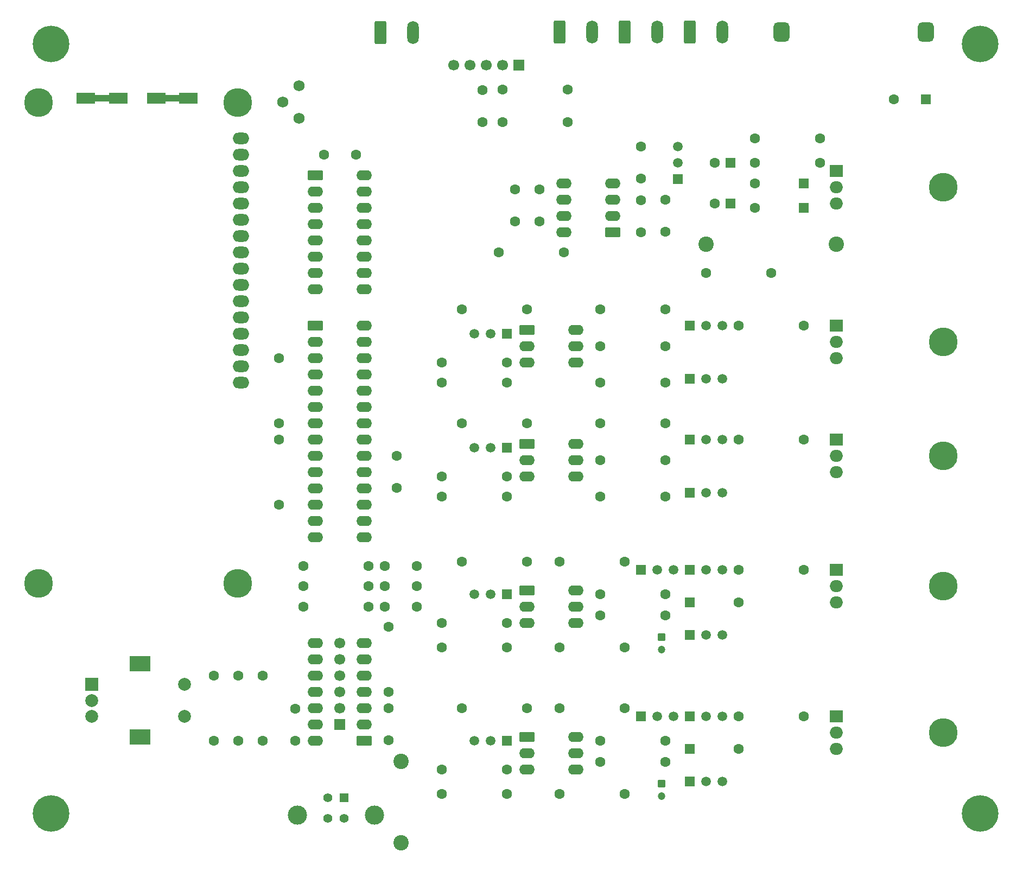
<source format=gbr>
%TF.GenerationSoftware,KiCad,Pcbnew,9.0.2*%
%TF.CreationDate,2025-07-13T15:59:37+02:00*%
%TF.ProjectId,Motor Control,4d6f746f-7220-4436-9f6e-74726f6c2e6b,1.0*%
%TF.SameCoordinates,Original*%
%TF.FileFunction,Soldermask,Top*%
%TF.FilePolarity,Negative*%
%FSLAX46Y46*%
G04 Gerber Fmt 4.6, Leading zero omitted, Abs format (unit mm)*
G04 Created by KiCad (PCBNEW 9.0.2) date 2025-07-13 15:59:37*
%MOMM*%
%LPD*%
G01*
G04 APERTURE LIST*
G04 Aperture macros list*
%AMRoundRect*
0 Rectangle with rounded corners*
0 $1 Rounding radius*
0 $2 $3 $4 $5 $6 $7 $8 $9 X,Y pos of 4 corners*
0 Add a 4 corners polygon primitive as box body*
4,1,4,$2,$3,$4,$5,$6,$7,$8,$9,$2,$3,0*
0 Add four circle primitives for the rounded corners*
1,1,$1+$1,$2,$3*
1,1,$1+$1,$4,$5*
1,1,$1+$1,$6,$7*
1,1,$1+$1,$8,$9*
0 Add four rect primitives between the rounded corners*
20,1,$1+$1,$2,$3,$4,$5,0*
20,1,$1+$1,$4,$5,$6,$7,0*
20,1,$1+$1,$6,$7,$8,$9,0*
20,1,$1+$1,$8,$9,$2,$3,0*%
G04 Aperture macros list end*
%ADD10C,1.600000*%
%ADD11R,2.000000X1.905000*%
%ADD12C,4.500000*%
%ADD13O,2.000000X1.905000*%
%ADD14R,1.500000X1.500000*%
%ADD15C,1.500000*%
%ADD16R,1.700000X1.700000*%
%ADD17C,1.700000*%
%ADD18R,2.000000X2.000000*%
%ADD19C,2.000000*%
%ADD20R,3.200000X2.400000*%
%ADD21RoundRect,0.250000X-0.950000X-0.550000X0.950000X-0.550000X0.950000X0.550000X-0.950000X0.550000X0*%
%ADD22O,2.400000X1.600000*%
%ADD23RoundRect,0.250000X-0.650000X-1.550000X0.650000X-1.550000X0.650000X1.550000X-0.650000X1.550000X0*%
%ADD24O,1.800000X3.600000*%
%ADD25C,2.400000*%
%ADD26RoundRect,0.250000X-0.550000X-0.550000X0.550000X-0.550000X0.550000X0.550000X-0.550000X0.550000X0*%
%ADD27RoundRect,0.250000X-0.350000X0.350000X-0.350000X-0.350000X0.350000X-0.350000X0.350000X0.350000X0*%
%ADD28C,1.200000*%
%ADD29C,1.750000*%
%ADD30O,2.600000X1.800000*%
%ADD31R,3.000000X1.800000*%
%ADD32R,3.000000X1.000000*%
%ADD33RoundRect,0.250000X0.550000X0.550000X-0.550000X0.550000X-0.550000X-0.550000X0.550000X-0.550000X0*%
%ADD34RoundRect,0.250000X0.950000X0.550000X-0.950000X0.550000X-0.950000X-0.550000X0.950000X-0.550000X0*%
%ADD35C,3.600000*%
%ADD36C,5.700000*%
%ADD37R,1.400000X1.400000*%
%ADD38C,1.400000*%
%ADD39C,3.000000*%
%ADD40RoundRect,0.625000X-0.625000X-0.875000X0.625000X-0.875000X0.625000X0.875000X-0.625000X0.875000X0*%
G04 APERTURE END LIST*
D10*
%TO.C,R314*%
X112395000Y-110490000D03*
X122555000Y-110490000D03*
%TD*%
D11*
%TO.C,Q130*%
X195580000Y-87630000D03*
D12*
X212240000Y-90170000D03*
D13*
X195580000Y-90170000D03*
X195580000Y-92710000D03*
%TD*%
D10*
%TO.C,R900*%
X193040000Y-40640000D03*
X182880000Y-40640000D03*
%TD*%
D14*
%TO.C,Q121*%
X165100000Y-107950000D03*
D15*
X167640000Y-107950000D03*
X170180000Y-107950000D03*
%TD*%
D10*
%TO.C,R221*%
X133985000Y-116205000D03*
X144145000Y-116205000D03*
%TD*%
D14*
%TO.C,Q210*%
X144145000Y-134620000D03*
D15*
X141605000Y-134620000D03*
X139065000Y-134620000D03*
%TD*%
D16*
%TO.C,J410*%
X118110000Y-132080000D03*
D17*
X118110000Y-129540000D03*
X118110000Y-127000000D03*
X118110000Y-124460000D03*
X118110000Y-121920000D03*
X118110000Y-119380000D03*
%TD*%
D10*
%TO.C,R130*%
X180340000Y-87630000D03*
X190500000Y-87630000D03*
%TD*%
%TO.C,C906*%
X149225000Y-53570000D03*
X149225000Y-48570000D03*
%TD*%
D18*
%TO.C,SW310*%
X79375000Y-125810000D03*
D19*
X79375000Y-130810000D03*
X79375000Y-128310000D03*
D20*
X86875000Y-122610000D03*
X86875000Y-134010000D03*
D19*
X93875000Y-130810000D03*
X93875000Y-125810000D03*
%TD*%
D21*
%TO.C,U210*%
X147320000Y-133985000D03*
D22*
X147320000Y-136525000D03*
X147320000Y-139065000D03*
X154940000Y-139065000D03*
X154940000Y-136525000D03*
X154940000Y-133985000D03*
%TD*%
D10*
%TO.C,R901*%
X193040000Y-44450000D03*
X182880000Y-44450000D03*
%TD*%
%TO.C,R902*%
X175260000Y-61595000D03*
X185420000Y-61595000D03*
%TD*%
%TO.C,R212*%
X133985000Y-142875000D03*
X144145000Y-142875000D03*
%TD*%
%TO.C,R141*%
X158750000Y-67310000D03*
X168910000Y-67310000D03*
%TD*%
%TO.C,R143*%
X168910000Y-78740000D03*
X158750000Y-78740000D03*
%TD*%
D23*
%TO.C,J1*%
X124460000Y-24130000D03*
D24*
X129540000Y-24130000D03*
%TD*%
D10*
%TO.C,R210*%
X147320000Y-129540000D03*
X137160000Y-129540000D03*
%TD*%
%TO.C,C411*%
X125730000Y-129540000D03*
X125730000Y-134540000D03*
%TD*%
D21*
%TO.C,U220*%
X147320000Y-111125000D03*
D22*
X147320000Y-113665000D03*
X147320000Y-116205000D03*
X154940000Y-116205000D03*
X154940000Y-113665000D03*
X154940000Y-111125000D03*
%TD*%
D10*
%TO.C,R311*%
X102235000Y-124460000D03*
X102235000Y-134620000D03*
%TD*%
D25*
%TO.C,L410*%
X127645000Y-150495000D03*
X127645000Y-137795000D03*
%TD*%
D26*
%TO.C,D120*%
X172720000Y-113030000D03*
D10*
X180340000Y-113030000D03*
%TD*%
%TO.C,R122*%
X168910000Y-111760000D03*
X158750000Y-111760000D03*
%TD*%
%TO.C,R123*%
X168910000Y-115062000D03*
X158750000Y-115062000D03*
%TD*%
D27*
%TO.C,C120*%
X168275000Y-118407401D03*
D28*
X168275000Y-120407401D03*
%TD*%
D10*
%TO.C,R124*%
X152400000Y-120015000D03*
X162560000Y-120015000D03*
%TD*%
%TO.C,R315*%
X112395000Y-113665000D03*
X122555000Y-113665000D03*
%TD*%
%TO.C,R114*%
X152400000Y-142875000D03*
X162560000Y-142875000D03*
%TD*%
%TO.C,R220*%
X147320000Y-106680000D03*
X137160000Y-106680000D03*
%TD*%
%TO.C,R251*%
X143510000Y-33020000D03*
X153670000Y-33020000D03*
%TD*%
D29*
%TO.C,R300*%
X111760000Y-37465000D03*
X109220000Y-34925000D03*
X111760000Y-32385000D03*
%TD*%
D12*
%TO.C,DS300*%
X102120000Y-35040000D03*
X71120000Y-35040000D03*
X102120000Y-110040000D03*
X71120000Y-110040000D03*
D30*
X102620000Y-40640000D03*
X102620000Y-43180000D03*
X102620000Y-45720000D03*
X102620000Y-48260000D03*
X102620000Y-50800000D03*
X102620000Y-53340000D03*
X102620000Y-55880000D03*
X102620000Y-58420000D03*
X102620000Y-60960000D03*
X102620000Y-63500000D03*
X102620000Y-66040000D03*
X102620000Y-68580000D03*
X102620000Y-71120000D03*
X102620000Y-73660000D03*
X102620000Y-76200000D03*
X102620000Y-78740000D03*
D31*
X94480000Y-34400000D03*
D32*
X91940000Y-34400000D03*
D31*
X89440000Y-34400000D03*
X83560000Y-34400000D03*
D32*
X81020000Y-34400000D03*
D31*
X78480000Y-34400000D03*
%TD*%
D10*
%TO.C,R113*%
X168910000Y-137922000D03*
X158750000Y-137922000D03*
%TD*%
%TO.C,R110*%
X180340000Y-130810000D03*
X190500000Y-130810000D03*
%TD*%
%TO.C,R401*%
X108585000Y-97790000D03*
X108585000Y-87630000D03*
%TD*%
D21*
%TO.C,U400*%
X114300000Y-69850000D03*
D22*
X114300000Y-72390000D03*
X114300000Y-74930000D03*
X114300000Y-77470000D03*
X114300000Y-80010000D03*
X114300000Y-82550000D03*
X114300000Y-85090000D03*
X114300000Y-87630000D03*
X114300000Y-90170000D03*
X114300000Y-92710000D03*
X114300000Y-95250000D03*
X114300000Y-97790000D03*
X114300000Y-100330000D03*
X114300000Y-102870000D03*
X121920000Y-102870000D03*
X121920000Y-100330000D03*
X121920000Y-97790000D03*
X121920000Y-95250000D03*
X121920000Y-92710000D03*
X121920000Y-90170000D03*
X121920000Y-87630000D03*
X121920000Y-85090000D03*
X121920000Y-82550000D03*
X121920000Y-80010000D03*
X121920000Y-77470000D03*
X121920000Y-74930000D03*
X121920000Y-72390000D03*
X121920000Y-69850000D03*
%TD*%
D10*
%TO.C,R240*%
X147320000Y-67310000D03*
X137160000Y-67310000D03*
%TD*%
%TO.C,C410*%
X111125000Y-129620000D03*
X111125000Y-134620000D03*
%TD*%
D33*
%TO.C,C900*%
X209550000Y-34570000D03*
D10*
X204550000Y-34570000D03*
%TD*%
D11*
%TO.C,Q120*%
X195580000Y-107950000D03*
D12*
X212240000Y-110490000D03*
D13*
X195580000Y-110490000D03*
X195580000Y-113030000D03*
%TD*%
D10*
%TO.C,R241*%
X133985000Y-75565000D03*
X144145000Y-75565000D03*
%TD*%
D23*
%TO.C,J5*%
X172720000Y-24070000D03*
D24*
X177800000Y-24070000D03*
%TD*%
D10*
%TO.C,R132*%
X158750000Y-90805000D03*
X168910000Y-90805000D03*
%TD*%
D33*
%TO.C,D901*%
X190500000Y-47625000D03*
D10*
X182880000Y-47625000D03*
%TD*%
%TO.C,R133*%
X168910000Y-96520000D03*
X158750000Y-96520000D03*
%TD*%
%TO.C,R230*%
X147320000Y-85090000D03*
X137160000Y-85090000D03*
%TD*%
%TO.C,R313*%
X122555000Y-107315000D03*
X112395000Y-107315000D03*
%TD*%
D21*
%TO.C,U300*%
X114300000Y-46355000D03*
D22*
X114300000Y-48895000D03*
X114300000Y-51435000D03*
X114300000Y-53975000D03*
X114300000Y-56515000D03*
X114300000Y-59055000D03*
X114300000Y-61595000D03*
X114300000Y-64135000D03*
X121920000Y-64135000D03*
X121920000Y-61595000D03*
X121920000Y-59055000D03*
X121920000Y-56515000D03*
X121920000Y-53975000D03*
X121920000Y-51435000D03*
X121920000Y-48895000D03*
X121920000Y-46355000D03*
%TD*%
D10*
%TO.C,C400*%
X127000000Y-90170000D03*
X127000000Y-95170000D03*
%TD*%
%TO.C,C312*%
X125095000Y-113665000D03*
X130095000Y-113665000D03*
%TD*%
D33*
%TO.C,C901*%
X179070000Y-44450000D03*
D10*
X176570000Y-44450000D03*
%TD*%
D14*
%TO.C,Q220*%
X144145000Y-111760000D03*
D15*
X141605000Y-111760000D03*
X139065000Y-111760000D03*
%TD*%
D34*
%TO.C,U410*%
X121920000Y-134620000D03*
D22*
X121920000Y-132080000D03*
X121920000Y-129540000D03*
X121920000Y-127000000D03*
X121920000Y-124460000D03*
X121920000Y-121920000D03*
X121920000Y-119380000D03*
X114300000Y-119380000D03*
X114300000Y-121920000D03*
X114300000Y-124460000D03*
X114300000Y-127000000D03*
X114300000Y-129540000D03*
X114300000Y-132080000D03*
X114300000Y-134620000D03*
%TD*%
D10*
%TO.C,R121*%
X152400000Y-106680000D03*
X162560000Y-106680000D03*
%TD*%
%TO.C,C907*%
X145415000Y-53570000D03*
X145415000Y-48570000D03*
%TD*%
%TO.C,C903*%
X165100000Y-41910000D03*
X165100000Y-46910000D03*
%TD*%
%TO.C,C905*%
X165100000Y-55245000D03*
X165100000Y-50245000D03*
%TD*%
%TO.C,C311*%
X125095000Y-110490000D03*
X130095000Y-110490000D03*
%TD*%
D27*
%TO.C,C110*%
X168275000Y-141267401D03*
D28*
X168275000Y-143267401D03*
%TD*%
D35*
%TO.C,REF\u002A\u002A*%
X73010000Y-145920000D03*
D36*
X73010000Y-145920000D03*
%TD*%
D10*
%TO.C,R112*%
X168910000Y-134620000D03*
X158750000Y-134620000D03*
%TD*%
D35*
%TO.C,REF\u002A\u002A*%
X218010000Y-145920000D03*
D36*
X218010000Y-145920000D03*
%TD*%
D11*
%TO.C,Q110*%
X195580000Y-130810000D03*
D12*
X212240000Y-133350000D03*
D13*
X195580000Y-133350000D03*
X195580000Y-135890000D03*
%TD*%
D10*
%TO.C,C310*%
X125095000Y-107315000D03*
X130095000Y-107315000D03*
%TD*%
%TO.C,R232*%
X133985000Y-96520000D03*
X144145000Y-96520000D03*
%TD*%
D35*
%TO.C,REF\u002A\u002A*%
X73010000Y-25920000D03*
D36*
X73010000Y-25920000D03*
%TD*%
D23*
%TO.C,J4*%
X162560000Y-24070000D03*
D24*
X167640000Y-24070000D03*
%TD*%
D14*
%TO.C,Q142*%
X172720000Y-78105000D03*
D15*
X175260000Y-78105000D03*
X177800000Y-78105000D03*
%TD*%
D11*
%TO.C,Q140*%
X195580000Y-69850000D03*
D12*
X212240000Y-72390000D03*
D13*
X195580000Y-72390000D03*
X195580000Y-74930000D03*
%TD*%
D10*
%TO.C,R250*%
X153670000Y-38100000D03*
X143510000Y-38100000D03*
%TD*%
%TO.C,R140*%
X180340000Y-69850000D03*
X190500000Y-69850000D03*
%TD*%
D25*
%TO.C,R000*%
X175260000Y-57150000D03*
X195580000Y-57150000D03*
%TD*%
D10*
%TO.C,R142*%
X158750000Y-73025000D03*
X168910000Y-73025000D03*
%TD*%
D35*
%TO.C,REF\u002A\u002A*%
X218010000Y-25920000D03*
D36*
X218010000Y-25920000D03*
%TD*%
D10*
%TO.C,C904*%
X168910000Y-55165000D03*
X168910000Y-50165000D03*
%TD*%
D14*
%TO.C,Q131*%
X172720000Y-87630000D03*
D15*
X175260000Y-87630000D03*
X177800000Y-87630000D03*
%TD*%
D10*
%TO.C,R410*%
X125730000Y-116840000D03*
X125730000Y-127000000D03*
%TD*%
%TO.C,R903*%
X142875000Y-58420000D03*
X153035000Y-58420000D03*
%TD*%
%TO.C,R111*%
X152400000Y-129540000D03*
X162560000Y-129540000D03*
%TD*%
%TO.C,R312*%
X106045000Y-124460000D03*
X106045000Y-134620000D03*
%TD*%
%TO.C,R242*%
X133985000Y-78740000D03*
X144145000Y-78740000D03*
%TD*%
D26*
%TO.C,D110*%
X172720000Y-135890000D03*
D10*
X180340000Y-135890000D03*
%TD*%
D14*
%TO.C,Q123*%
X172720000Y-118110000D03*
D15*
X175260000Y-118110000D03*
X177800000Y-118110000D03*
%TD*%
D16*
%TO.C,J400*%
X146050000Y-29210000D03*
D17*
X143510000Y-29210000D03*
X140970000Y-29210000D03*
X138430000Y-29210000D03*
X135890000Y-29210000D03*
%TD*%
D11*
%TO.C,U900*%
X195580000Y-45720000D03*
D12*
X212240000Y-48260000D03*
D13*
X195580000Y-48260000D03*
X195580000Y-50800000D03*
%TD*%
D10*
%TO.C,R211*%
X133985000Y-139065000D03*
X144145000Y-139065000D03*
%TD*%
D14*
%TO.C,Q112*%
X172720000Y-130810000D03*
D15*
X175260000Y-130810000D03*
X177800000Y-130810000D03*
%TD*%
D14*
%TO.C,Q141*%
X172720000Y-69850000D03*
D15*
X175260000Y-69850000D03*
X177800000Y-69850000D03*
%TD*%
D10*
%TO.C,C300*%
X115650000Y-43180000D03*
X120650000Y-43180000D03*
%TD*%
%TO.C,R231*%
X133985000Y-93345000D03*
X144145000Y-93345000D03*
%TD*%
D14*
%TO.C,Q111*%
X165100000Y-130810000D03*
D15*
X167640000Y-130810000D03*
X170180000Y-130810000D03*
%TD*%
D14*
%TO.C,Q122*%
X172720000Y-107950000D03*
D15*
X175260000Y-107950000D03*
X177800000Y-107950000D03*
%TD*%
D37*
%TO.C,J411*%
X118745000Y-143485000D03*
D38*
X116245000Y-143485000D03*
X116245000Y-146685000D03*
X118745000Y-146685000D03*
D39*
X111475000Y-146195000D03*
X123515000Y-146195000D03*
%TD*%
D10*
%TO.C,R400*%
X108585000Y-85090000D03*
X108585000Y-74930000D03*
%TD*%
D21*
%TO.C,U240*%
X147320000Y-70485000D03*
D22*
X147320000Y-73025000D03*
X147320000Y-75565000D03*
X154940000Y-75565000D03*
X154940000Y-73025000D03*
X154940000Y-70485000D03*
%TD*%
D33*
%TO.C,C902*%
X179070000Y-50800000D03*
D10*
X176570000Y-50800000D03*
%TD*%
D23*
%TO.C,J6*%
X152400000Y-24070000D03*
D24*
X157480000Y-24070000D03*
%TD*%
D14*
%TO.C,U901*%
X170815000Y-46990000D03*
D15*
X170815000Y-44450000D03*
X170815000Y-41910000D03*
%TD*%
D10*
%TO.C,R310*%
X98425000Y-124460000D03*
X98425000Y-134620000D03*
%TD*%
D14*
%TO.C,Q240*%
X144145000Y-71120000D03*
D15*
X141605000Y-71120000D03*
X139065000Y-71120000D03*
%TD*%
D10*
%TO.C,R131*%
X158750000Y-85090000D03*
X168910000Y-85090000D03*
%TD*%
%TO.C,R222*%
X133985000Y-120015000D03*
X144145000Y-120015000D03*
%TD*%
D34*
%TO.C,U902*%
X160655000Y-55245000D03*
D22*
X160655000Y-52705000D03*
X160655000Y-50165000D03*
X160655000Y-47625000D03*
X153035000Y-47625000D03*
X153035000Y-50165000D03*
X153035000Y-52705000D03*
X153035000Y-55245000D03*
%TD*%
D10*
%TO.C,C250*%
X140335000Y-38100000D03*
X140335000Y-33100000D03*
%TD*%
%TO.C,R120*%
X180340000Y-107950000D03*
X190500000Y-107950000D03*
%TD*%
D21*
%TO.C,U230*%
X147320000Y-88265000D03*
D22*
X147320000Y-90805000D03*
X147320000Y-93345000D03*
X154940000Y-93345000D03*
X154940000Y-90805000D03*
X154940000Y-88265000D03*
%TD*%
D14*
%TO.C,Q230*%
X144145000Y-88900000D03*
D15*
X141605000Y-88900000D03*
X139065000Y-88900000D03*
%TD*%
D14*
%TO.C,Q132*%
X172720000Y-95885000D03*
D15*
X175260000Y-95885000D03*
X177800000Y-95885000D03*
%TD*%
D40*
%TO.C,F1*%
X186950000Y-24070000D03*
X209550000Y-24070000D03*
%TD*%
D33*
%TO.C,D900*%
X190500000Y-51435000D03*
D10*
X182880000Y-51435000D03*
%TD*%
D14*
%TO.C,Q113*%
X172720000Y-140970000D03*
D15*
X175260000Y-140970000D03*
X177800000Y-140970000D03*
%TD*%
M02*

</source>
